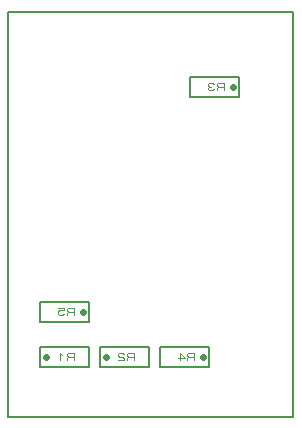
<source format=gbr>
G04 PROTEUS GERBER X2 FILE*
%TF.GenerationSoftware,Labcenter,Proteus,8.9-SP0-Build27865*%
%TF.CreationDate,2020-10-08T22:41:29+00:00*%
%TF.FileFunction,AssemblyDrawing,Bot*%
%TF.FilePolarity,Positive*%
%TF.Part,Single*%
%TF.SameCoordinates,{0b1cd8f1-c089-4694-997e-405263033d43}*%
%FSLAX45Y45*%
%MOMM*%
G01*
%TA.AperFunction,Profile*%
%ADD17C,0.203200*%
%TA.AperFunction,Material*%
%ADD20C,0.203200*%
%ADD35C,0.609600*%
%ADD36C,0.100580*%
%TD.AperFunction*%
D17*
X+0Y-3175000D02*
X+2413000Y-3175000D01*
X+2413000Y+254000D01*
X+0Y+254000D01*
X+0Y-3175000D01*
D20*
X+1539240Y-464820D02*
X+1955800Y-464820D01*
X+1955800Y-297180D01*
X+1539240Y-297180D01*
X+1539240Y-464820D01*
D35*
X+1905000Y-381000D02*
X+1905000Y-381000D01*
D36*
X+1827987Y-411176D02*
X+1827987Y-350825D01*
X+1777696Y-350825D01*
X+1767637Y-360884D01*
X+1767637Y-370942D01*
X+1777696Y-381000D01*
X+1827987Y-381000D01*
X+1777696Y-381000D02*
X+1767637Y-391059D01*
X+1767637Y-411176D01*
X+1737462Y-360884D02*
X+1727404Y-350825D01*
X+1697229Y-350825D01*
X+1687170Y-360884D01*
X+1687170Y-370942D01*
X+1697229Y-381000D01*
X+1687170Y-391059D01*
X+1687170Y-401117D01*
X+1697229Y-411176D01*
X+1727404Y-411176D01*
X+1737462Y-401117D01*
X+1717345Y-381000D02*
X+1697229Y-381000D01*
D20*
X+269240Y-2750820D02*
X+685800Y-2750820D01*
X+685800Y-2583180D01*
X+269240Y-2583180D01*
X+269240Y-2750820D01*
D35*
X+320040Y-2667000D02*
X+320040Y-2667000D01*
D36*
X+557987Y-2697176D02*
X+557987Y-2636825D01*
X+507696Y-2636825D01*
X+497637Y-2646884D01*
X+497637Y-2656942D01*
X+507696Y-2667000D01*
X+557987Y-2667000D01*
X+507696Y-2667000D02*
X+497637Y-2677059D01*
X+497637Y-2697176D01*
X+457404Y-2656942D02*
X+437287Y-2636825D01*
X+437287Y-2697176D01*
D20*
X+777240Y-2750820D02*
X+1193800Y-2750820D01*
X+1193800Y-2583180D01*
X+777240Y-2583180D01*
X+777240Y-2750820D01*
D35*
X+828040Y-2667000D02*
X+828040Y-2667000D01*
D36*
X+1065987Y-2697176D02*
X+1065987Y-2636825D01*
X+1015696Y-2636825D01*
X+1005637Y-2646884D01*
X+1005637Y-2656942D01*
X+1015696Y-2667000D01*
X+1065987Y-2667000D01*
X+1015696Y-2667000D02*
X+1005637Y-2677059D01*
X+1005637Y-2697176D01*
X+975462Y-2646884D02*
X+965404Y-2636825D01*
X+935229Y-2636825D01*
X+925170Y-2646884D01*
X+925170Y-2656942D01*
X+935229Y-2667000D01*
X+965404Y-2667000D01*
X+975462Y-2677059D01*
X+975462Y-2697176D01*
X+925170Y-2697176D01*
D20*
X+1285240Y-2750820D02*
X+1701800Y-2750820D01*
X+1701800Y-2583180D01*
X+1285240Y-2583180D01*
X+1285240Y-2750820D01*
D35*
X+1651000Y-2667000D02*
X+1651000Y-2667000D01*
D36*
X+1573987Y-2697176D02*
X+1573987Y-2636825D01*
X+1523696Y-2636825D01*
X+1513637Y-2646884D01*
X+1513637Y-2656942D01*
X+1523696Y-2667000D01*
X+1573987Y-2667000D01*
X+1523696Y-2667000D02*
X+1513637Y-2677059D01*
X+1513637Y-2697176D01*
X+1433170Y-2677059D02*
X+1493520Y-2677059D01*
X+1453287Y-2636825D01*
X+1453287Y-2697176D01*
D20*
X+269240Y-2369820D02*
X+685800Y-2369820D01*
X+685800Y-2202180D01*
X+269240Y-2202180D01*
X+269240Y-2369820D01*
D35*
X+635000Y-2286000D02*
X+635000Y-2286000D01*
D36*
X+557987Y-2316176D02*
X+557987Y-2255825D01*
X+507696Y-2255825D01*
X+497637Y-2265884D01*
X+497637Y-2275942D01*
X+507696Y-2286000D01*
X+557987Y-2286000D01*
X+507696Y-2286000D02*
X+497637Y-2296059D01*
X+497637Y-2316176D01*
X+417170Y-2255825D02*
X+467462Y-2255825D01*
X+467462Y-2275942D01*
X+427229Y-2275942D01*
X+417170Y-2286000D01*
X+417170Y-2306117D01*
X+427229Y-2316176D01*
X+457404Y-2316176D01*
X+467462Y-2306117D01*
M02*

</source>
